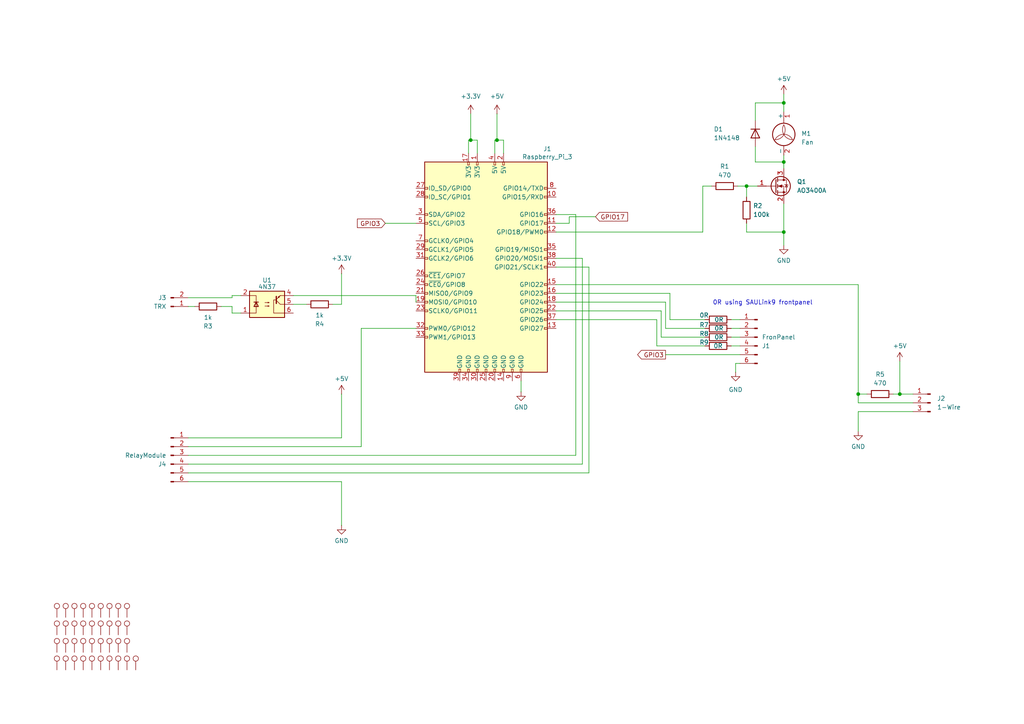
<source format=kicad_sch>
(kicad_sch (version 20250114) (generator "eeschema") (generator_version "9.0")
  (paper "A4")
  (lib_symbols
    (symbol "Connector:Conn_01x02_Pin" (pin_names (offset 1.016) (hide yes))
      (property "Reference" "J" (at 0 2.54 0))
      (property "Value" "Conn_01x02_Pin" (at 0 -5.08 0))
      (symbol "Conn_01x02_Pin_1_1"
        (rectangle (start 0.8636 0.127) (end 0 -0.127) (stroke (width 0.1524)) (fill (type outline)))
        (rectangle (start 0.8636 -2.413) (end 0 -2.667) (stroke (width 0.1524)) (fill (type outline)))
        (polyline (pts (xy 1.27 0) (xy 0.8636 0)) (stroke (width 0.1524)))
        (polyline (pts (xy 1.27 -2.54) (xy 0.8636 -2.54)) (stroke (width 0.1524)))
        (pin passive line (at 5.08 0 180) (length 3.81) (name "Pin_1") (number "1"))
        (pin passive line (at 5.08 -2.54 180) (length 3.81) (name "Pin_2") (number "2"))
      )
    )
    (symbol "Connector:Conn_01x03_Pin" (pin_names (offset 1.016) (hide yes))
      (property "Reference" "J" (at 0 5.08 0))
      (property "Value" "Conn_01x03_Pin" (at 0 -5.08 0))
      (symbol "Conn_01x03_Pin_1_1"
        (rectangle (start 0.8636 2.667) (end 0 2.413) (stroke (width 0.1524)) (fill (type outline)))
        (rectangle (start 0.8636 0.127) (end 0 -0.127) (stroke (width 0.1524)) (fill (type outline)))
        (rectangle (start 0.8636 -2.413) (end 0 -2.667) (stroke (width 0.1524)) (fill (type outline)))
        (polyline (pts (xy 1.27 2.54) (xy 0.8636 2.54)) (stroke (width 0.1524)))
        (polyline (pts (xy 1.27 0) (xy 0.8636 0)) (stroke (width 0.1524)))
        (polyline (pts (xy 1.27 -2.54) (xy 0.8636 -2.54)) (stroke (width 0.1524)))
        (pin passive line (at 5.08 2.54 180) (length 3.81) (name "Pin_1") (number "1"))
        (pin passive line (at 5.08 0 180) (length 3.81) (name "Pin_2") (number "2"))
        (pin passive line (at 5.08 -2.54 180) (length 3.81) (name "Pin_3") (number "3"))
      )
    )
    (symbol "Connector:Conn_01x06_Pin" (pin_names (offset 1.016) (hide yes))
      (property "Reference" "J" (at 0 7.62 0))
      (property "Value" "Conn_01x06_Pin" (at 0 -10.16 0))
      (symbol "Conn_01x06_Pin_1_1"
        (rectangle (start 0.8636 5.207) (end 0 4.953) (stroke (width 0.1524)) (fill (type outline)))
        (rectangle (start 0.8636 2.667) (end 0 2.413) (stroke (width 0.1524)) (fill (type outline)))
        (rectangle (start 0.8636 0.127) (end 0 -0.127) (stroke (width 0.1524)) (fill (type outline)))
        (rectangle (start 0.8636 -2.413) (end 0 -2.667) (stroke (width 0.1524)) (fill (type outline)))
        (rectangle (start 0.8636 -4.953) (end 0 -5.207) (stroke (width 0.1524)) (fill (type outline)))
        (rectangle (start 0.8636 -7.493) (end 0 -7.747) (stroke (width 0.1524)) (fill (type outline)))
        (polyline (pts (xy 1.27 5.08) (xy 0.8636 5.08)) (stroke (width 0.1524)))
        (polyline (pts (xy 1.27 2.54) (xy 0.8636 2.54)) (stroke (width 0.1524)))
        (polyline (pts (xy 1.27 0) (xy 0.8636 0)) (stroke (width 0.1524)))
        (polyline (pts (xy 1.27 -2.54) (xy 0.8636 -2.54)) (stroke (width 0.1524)))
        (polyline (pts (xy 1.27 -5.08) (xy 0.8636 -5.08)) (stroke (width 0.1524)))
        (polyline (pts (xy 1.27 -7.62) (xy 0.8636 -7.62)) (stroke (width 0.1524)))
        (pin passive line (at 5.08 5.08 180) (length 3.81) (name "Pin_1") (number "1"))
        (pin passive line (at 5.08 2.54 180) (length 3.81) (name "Pin_2") (number "2"))
        (pin passive line (at 5.08 0 180) (length 3.81) (name "Pin_3") (number "3"))
        (pin passive line (at 5.08 -2.54 180) (length 3.81) (name "Pin_4") (number "4"))
        (pin passive line (at 5.08 -5.08 180) (length 3.81) (name "Pin_5") (number "5"))
        (pin passive line (at 5.08 -7.62 180) (length 3.81) (name "Pin_6") (number "6"))
      )
    )
    (symbol "Connector:TestPoint" (pin_numbers (hide yes)) (pin_names (offset 0.762) (hide yes))
      (property "Reference" "TP" (at 0 6.858 0))
      (property "Value" "TestPoint" (at 0 5.08 0))
      (symbol "TestPoint_0_1"
        (circle (center 0 3.302) (radius 0.762))
      )
      (symbol "TestPoint_1_1"
        (pin passive line (at 0 0 90) (length 2.54) (name "1") (number "1"))
      )
    )
    (symbol "Device:R" (pin_numbers (hide yes)) (pin_names (offset 0))
      (property "Reference" "R" (at 2.032 0 90))
      (property "Value" "R" (at 0 0 90))
      (symbol "R_0_1"
        (rectangle (start -1.016 -2.54) (end 1.016 2.54) (stroke (width 0.254)))
      )
      (symbol "R_1_1"
        (pin passive line (at 0 3.81 270) (length 1.27) (name "~") (number "1"))
        (pin passive line (at 0 -3.81 90) (length 1.27) (name "~") (number "2"))
      )
    )
    (symbol "Diode:1N4148W" (pin_numbers (hide yes)) (pin_names (hide yes))
      (property "Reference" "D" (at 0 2.54 0))
      (property "Value" "1N4148W" (at 0 -2.54 0))
      (symbol "1N4148W_0_1"
        (polyline (pts (xy -1.27 1.27) (xy -1.27 -1.27)) (stroke (width 0.254)))
        (polyline (pts (xy 1.27 1.27) (xy 1.27 -1.27) (xy -1.27 0) (xy 1.27 1.27)) (stroke (width 0.254)))
        (polyline (pts (xy 1.27 0) (xy -1.27 0)))
      )
      (symbol "1N4148W_1_1"
        (pin passive line (at -3.81 0 0) (length 2.54) (name "K") (number "1"))
        (pin passive line (at 3.81 0 180) (length 2.54) (name "A") (number "2"))
      )
    )
    (symbol "Isolator:4N37" (pin_names (offset 1.016))
      (property "Reference" "U" (at -5.08 5.08 0))
      (property "Value" "4N37" (at 0 5.08 0))
      (symbol "4N37_0_1"
        (rectangle (start -5.08 3.81) (end 5.08 -3.81) (stroke (width 0.254)) (fill (type background)))
        (polyline (pts (xy -5.08 -2.54) (xy -3.175 -2.54) (xy -3.175 2.54) (xy -5.08 2.54)))
        (polyline (pts (xy -3.81 -0.635) (xy -2.54 -0.635)) (stroke (width 0.254)))
        (polyline (pts (xy -3.175 -0.635) (xy -3.81 0.635) (xy -2.54 0.635) (xy -3.175 -0.635)) (stroke (width 0.254)))
        (polyline (pts (xy -0.635 0.508) (xy 0.635 0.508) (xy 0.254 0.381) (xy 0.254 0.635) (xy 0.635 0.508)))
        (polyline (pts (xy -0.635 -0.508) (xy 0.635 -0.508) (xy 0.254 -0.635) (xy 0.254 -0.381) (xy 0.635 -0.508)))
        (polyline (pts (xy 2.667 -0.254) (xy 2.667 -2.286) (xy 2.667 -2.286)) (stroke (width 0.3556)))
        (polyline (pts (xy 2.667 -1.143) (xy 3.81 0)))
        (polyline (pts (xy 2.667 -1.397) (xy 3.81 -2.54)))
        (polyline (pts (xy 3.683 -2.413) (xy 3.429 -1.905) (xy 3.175 -2.159) (xy 3.683 -2.413)))
        (polyline (pts (xy 3.81 0) (xy 5.08 0)))
        (polyline (pts (xy 3.81 -2.54) (xy 5.08 -2.54)))
        (polyline (pts (xy 5.08 2.54) (xy 1.905 2.54) (xy 1.905 -1.27) (xy 2.54 -1.27)))
      )
      (symbol "4N37_1_1"
        (pin passive line (at -7.62 2.54 0) (length 2.54) (name "~") (number "1"))
        (pin passive line (at -7.62 -2.54 0) (length 2.54) (name "~") (number "2"))
        (pin no_connect line (at -5.08 0 0) (length 2.54) (hide yes) (name "NC") (number "3"))
        (pin passive line (at 7.62 2.54 180) (length 2.54) (name "~") (number "6"))
        (pin passive line (at 7.62 0 180) (length 2.54) (name "~") (number "5"))
        (pin passive line (at 7.62 -2.54 180) (length 2.54) (name "~") (number "4"))
      )
    )
    (symbol "Motor:Fan" (pin_names (offset 0))
      (property "Reference" "M" (at 2.54 5.08 0))
      (property "Value" "Fan" (at 2.54 -2.54 0))
      (symbol "Fan_0_1"
        (arc (start 0 3.81) (mid -0.0015 0.9048) (end -2.54 -0.508))
        (polyline (pts (xy 0 4.572) (xy 0 5.08)))
        (polyline (pts (xy 0 4.2672) (xy 0 4.6228)))
        (circle (center 0 1.016) (radius 3.2512) (stroke (width 0.254)))
        (arc (start -2.54 -0.508) (mid 0 1.0618) (end 2.54 -0.508))
        (polyline (pts (xy 0 -2.2352) (xy 0 -2.6416)))
        (polyline (pts (xy 0 -5.08) (xy 0 -4.572)))
        (arc (start 2.54 -0.508) (mid 0.047 0.9315) (end 0 3.81))
      )
      (symbol "Fan_1_1"
        (pin passive line (at 0 7.62 270) (length 2.54) (name "+") (number "1"))
        (pin passive line (at 0 -5.08 90) (length 2.54) (name "-") (number "2"))
      )
    )
    (symbol "Transistor_FET:AO3400A" (pin_names (hide yes))
      (property "Reference" "Q" (at 5.08 1.905 0))
      (property "Value" "AO3400A" (at 5.08 0 0))
      (symbol "AO3400A_0_1"
        (polyline (pts (xy 0.254 1.905) (xy 0.254 -1.905)) (stroke (width 0.254)))
        (polyline (pts (xy 0.254 0) (xy -2.54 0)))
        (polyline (pts (xy 0.762 2.286) (xy 0.762 1.27)) (stroke (width 0.254)))
        (polyline (pts (xy 0.762 0.508) (xy 0.762 -0.508)) (stroke (width 0.254)))
        (polyline (pts (xy 0.762 -1.27) (xy 0.762 -2.286)) (stroke (width 0.254)))
        (polyline (pts (xy 0.762 -1.778) (xy 3.302 -1.778) (xy 3.302 1.778) (xy 0.762 1.778)))
        (polyline (pts (xy 1.016 0) (xy 2.032 0.381) (xy 2.032 -0.381) (xy 1.016 0)) (fill (type outline)))
        (circle (center 1.651 0) (radius 2.794) (stroke (width 0.254)))
        (polyline (pts (xy 2.54 2.54) (xy 2.54 1.778)))
        (circle (center 2.54 1.778) (radius 0.254) (fill (type outline)))
        (circle (center 2.54 -1.778) (radius 0.254) (fill (type outline)))
        (polyline (pts (xy 2.54 -2.54) (xy 2.54 0) (xy 0.762 0)))
        (polyline (pts (xy 2.794 0.508) (xy 2.921 0.381) (xy 3.683 0.381) (xy 3.81 0.254)))
        (polyline (pts (xy 3.302 0.381) (xy 2.921 -0.254) (xy 3.683 -0.254) (xy 3.302 0.381)))
      )
      (symbol "AO3400A_1_1"
        (pin input line (at -5.08 0 0) (length 2.54) (name "G") (number "1"))
        (pin passive line (at 2.54 5.08 270) (length 2.54) (name "D") (number "3"))
        (pin passive line (at 2.54 -5.08 90) (length 2.54) (name "S") (number "2"))
      )
    )
    (symbol "pihat-rescue:Raspberry_Pi_2_3-Connector" (pin_names (offset 1.016))
      (property "Reference" "J" (at -17.78 31.75 0))
      (property "Value" "Connector_Raspberry_Pi_2_3" (at 10.16 -31.75 0))
      (symbol "Raspberry_Pi_2_3-Connector_0_1"
        (rectangle (start -17.78 30.48) (end 17.78 -30.48) (stroke (width 0.254)) (fill (type background)))
      )
      (symbol "Raspberry_Pi_2_3-Connector_1_1"
        (rectangle (start -16.891 23.114) (end -17.78 22.606))
        (rectangle (start -16.891 20.574) (end -17.78 20.066))
        (rectangle (start -16.891 15.494) (end -17.78 14.986))
        (rectangle (start -16.891 12.954) (end -17.78 12.446))
        (rectangle (start -16.891 10.414) (end -17.78 9.906))
        (rectangle (start -16.891 5.334) (end -17.78 4.826))
        (rectangle (start -16.891 2.794) (end -17.78 2.286))
        (rectangle (start -16.891 0.254) (end -17.78 -0.254))
        (rectangle (start -16.891 -4.826) (end -17.78 -5.334))
        (rectangle (start -16.891 -7.366) (end -17.78 -7.874))
        (rectangle (start -16.891 -9.906) (end -17.78 -10.414))
        (rectangle (start -16.891 -12.446) (end -17.78 -12.954))
        (rectangle (start -16.891 -14.986) (end -17.78 -15.494))
        (rectangle (start -16.891 -17.526) (end -17.78 -18.034))
        (rectangle (start -10.414 -29.591) (end -9.906 -30.48))
        (rectangle (start -7.874 -29.591) (end -7.366 -30.48))
        (rectangle (start -5.334 30.48) (end -4.826 29.591))
        (rectangle (start -5.334 -29.591) (end -4.826 -30.48))
        (rectangle (start -2.794 30.48) (end -2.286 29.591))
        (rectangle (start -2.794 -29.591) (end -2.286 -30.48))
        (rectangle (start -0.254 -29.591) (end 0.254 -30.48))
        (rectangle (start 2.286 30.48) (end 2.794 29.591))
        (rectangle (start 2.286 -29.591) (end 2.794 -30.48))
        (rectangle (start 4.826 30.48) (end 5.334 29.591))
        (rectangle (start 4.826 -29.591) (end 5.334 -30.48))
        (rectangle (start 7.366 -29.591) (end 7.874 -30.48))
        (rectangle (start 17.78 23.114) (end 16.891 22.606))
        (rectangle (start 17.78 20.574) (end 16.891 20.066))
        (rectangle (start 17.78 15.494) (end 16.891 14.986))
        (rectangle (start 17.78 12.954) (end 16.891 12.446))
        (rectangle (start 17.78 7.874) (end 16.891 7.366))
        (rectangle (start 17.78 5.334) (end 16.891 4.826))
        (rectangle (start 17.78 2.794) (end 16.891 2.286))
        (rectangle (start 17.78 -2.286) (end 16.891 -2.794))
        (rectangle (start 17.78 -4.826) (end 16.891 -5.334))
        (rectangle (start 17.78 -7.366) (end 16.891 -7.874))
        (rectangle (start 17.78 -9.906) (end 16.891 -10.414))
        (rectangle (start 17.78 -12.446) (end 16.891 -12.954))
        (rectangle (start 17.78 -17.526) (end 16.891 -18.034))
        (rectangle (start 17.78 -20.066) (end 16.891 -20.574))
        (pin bidirectional line (at -20.32 22.86 0) (length 2.54) (name "GPIO14/TXD") (number "8"))
        (pin bidirectional line (at -20.32 20.32 0) (length 2.54) (name "GPIO15/RXD") (number "10"))
        (pin bidirectional line (at -20.32 15.24 0) (length 2.54) (name "GPIO16") (number "36"))
        (pin bidirectional line (at -20.32 12.7 0) (length 2.54) (name "GPIO17") (number "11"))
        (pin bidirectional line (at -20.32 10.16 0) (length 2.54) (name "GPIO18/PWM0") (number "12"))
        (pin bidirectional line (at -20.32 5.08 0) (length 2.54) (name "GPIO19/MISO1") (number "35"))
        (pin bidirectional line (at -20.32 2.54 0) (length 2.54) (name "GPIO20/MOSI1") (number "38"))
        (pin bidirectional line (at -20.32 0 0) (length 2.54) (name "GPIO21/SCLK1") (number "40"))
        (pin bidirectional line (at -20.32 -5.08 0) (length 2.54) (name "GPIO22") (number "15"))
        (pin bidirectional line (at -20.32 -7.62 0) (length 2.54) (name "GPIO23") (number "16"))
        (pin bidirectional line (at -20.32 -10.16 0) (length 2.54) (name "GPIO24") (number "18"))
        (pin bidirectional line (at -20.32 -12.7 0) (length 2.54) (name "GPIO25") (number "22"))
        (pin bidirectional line (at -20.32 -15.24 0) (length 2.54) (name "GPIO26") (number "37"))
        (pin bidirectional line (at -20.32 -17.78 0) (length 2.54) (name "GPIO27") (number "13"))
        (pin power_in line (at -10.16 -33.02 90) (length 2.54) (name "GND") (number "6"))
        (pin power_in line (at -7.62 -33.02 90) (length 2.54) (name "GND") (number "9"))
        (pin power_in line (at -5.08 33.02 270) (length 2.54) (name "5V") (number "2"))
        (pin power_in line (at -5.08 -33.02 90) (length 2.54) (name "GND") (number "14"))
        (pin power_in line (at -2.54 33.02 270) (length 2.54) (name "5V") (number "4"))
        (pin power_in line (at -2.54 -33.02 90) (length 2.54) (name "GND") (number "20"))
        (pin power_in line (at 0 -33.02 90) (length 2.54) (name "GND") (number "25"))
        (pin power_in line (at 2.54 33.02 270) (length 2.54) (name "3V3") (number "1"))
        (pin power_in line (at 2.54 -33.02 90) (length 2.54) (name "GND") (number "30"))
        (pin power_in line (at 5.08 33.02 270) (length 2.54) (name "3V3") (number "17"))
        (pin power_in line (at 5.08 -33.02 90) (length 2.54) (name "GND") (number "34"))
        (pin power_in line (at 7.62 -33.02 90) (length 2.54) (name "GND") (number "39"))
        (pin bidirectional line (at 20.32 22.86 180) (length 2.54) (name "ID_SD/GPIO0") (number "27"))
        (pin bidirectional line (at 20.32 20.32 180) (length 2.54) (name "ID_SC/GPIO1") (number "28"))
        (pin bidirectional line (at 20.32 15.24 180) (length 2.54) (name "SDA/GPIO2") (number "3"))
        (pin bidirectional line (at 20.32 12.7 180) (length 2.54) (name "SCL/GPIO3") (number "5"))
        (pin bidirectional line (at 20.32 7.62 180) (length 2.54) (name "GCLK0/GPIO4") (number "7"))
        (pin bidirectional line (at 20.32 5.08 180) (length 2.54) (name "GCLK1/GPIO5") (number "29"))
        (pin bidirectional line (at 20.32 2.54 180) (length 2.54) (name "GCLK2/GPIO6") (number "31"))
        (pin bidirectional line (at 20.32 -2.54 180) (length 2.54) (name "~{CE1}/GPIO7") (number "26"))
        (pin bidirectional line (at 20.32 -5.08 180) (length 2.54) (name "~{CE0}/GPIO8") (number "24"))
        (pin bidirectional line (at 20.32 -7.62 180) (length 2.54) (name "MISO0/GPIO9") (number "21"))
        (pin bidirectional line (at 20.32 -10.16 180) (length 2.54) (name "MOSI0/GPIO10") (number "19"))
        (pin bidirectional line (at 20.32 -12.7 180) (length 2.54) (name "SCLK0/GPIO11") (number "23"))
        (pin bidirectional line (at 20.32 -17.78 180) (length 2.54) (name "PWM0/GPIO12") (number "32"))
        (pin bidirectional line (at 20.32 -20.32 180) (length 2.54) (name "PWM1/GPIO13") (number "33"))
      )
    )
    (symbol "power:+3.3V" (power) (pin_numbers (hide yes)) (pin_names (offset 0) (hide yes))
      (property "Value" "+3.3V" (at 0 3.556 0))
      (symbol "+3.3V_0_1"
        (polyline (pts (xy -0.762 1.27) (xy 0 2.54)))
        (polyline (pts (xy 0 2.54) (xy 0.762 1.27)))
        (polyline (pts (xy 0 0) (xy 0 2.54)))
      )
      (symbol "+3.3V_1_1"
        (pin power_in line (at 0 0 90) (length 0) (name "~") (number "1"))
      )
    )
    (symbol "power:+5V" (power) (pin_numbers (hide yes)) (pin_names (offset 0) (hide yes))
      (property "Value" "+5V" (at 0 3.556 0))
      (symbol "+5V_0_1"
        (polyline (pts (xy -0.762 1.27) (xy 0 2.54)))
        (polyline (pts (xy 0 2.54) (xy 0.762 1.27)))
        (polyline (pts (xy 0 0) (xy 0 2.54)))
      )
      (symbol "+5V_1_1"
        (pin power_in line (at 0 0 90) (length 0) (name "~") (number "1"))
      )
    )
    (symbol "power:GND" (power) (pin_numbers (hide yes)) (pin_names (offset 0) (hide yes))
      (property "Value" "GND" (at 0 -3.81 0))
      (symbol "GND_0_1"
        (polyline (pts (xy 0 0) (xy 0 -1.27) (xy 1.27 -1.27) (xy 0 -2.54) (xy -1.27 -1.27) (xy 0 -1.27)))
      )
      (symbol "GND_1_1"
        (pin power_in line (at 0 0 270) (length 0) (name "~") (number "1"))
      )
    )
  )
  (text "0R using SAULink9 frontpanel" (at 221.234 87.884 0) (effects (font (size 1.27 1.27))))
  (junction (at 248.92 114.3))
  (junction (at 260.985 114.3))
  (junction (at 227.33 29.845))
  (junction (at 227.33 67.31))
  (junction (at 227.33 46.99))
  (junction (at 144.145 40.64))
  (junction (at 136.525 40.64))
  (junction (at 216.535 53.975))
  (wire (pts (xy 111.76 64.77) (xy 120.65 64.77)))
  (wire (pts (xy 168.91 74.93) (xy 161.29 74.93)))
  (wire (pts (xy 213.36 105.41) (xy 213.36 107.95)))
  (wire (pts (xy 135.89 40.64) (xy 136.525 40.64)))
  (wire (pts (xy 227.33 59.055) (xy 227.33 67.31)))
  (wire (pts (xy 213.995 53.975) (xy 216.535 53.975)))
  (wire (pts (xy 212.09 100.33) (xy 214.63 100.33)))
  (wire (pts (xy 216.535 57.15) (xy 216.535 53.975)))
  (wire (pts (xy 161.29 92.71) (xy 190.5 92.71)))
  (wire (pts (xy 54.61 137.16) (xy 170.815 137.16)))
  (wire (pts (xy 54.61 134.62) (xy 168.91 134.62)))
  (wire (pts (xy 227.33 27.305) (xy 227.33 29.845)))
  (wire (pts (xy 67.31 85.725) (xy 67.31 86.36)))
  (wire (pts (xy 161.29 62.23) (xy 167.005 62.23)))
  (wire (pts (xy 99.06 88.265) (xy 99.06 79.375)))
  (wire (pts (xy 161.29 82.55) (xy 248.92 82.55)))
  (wire (pts (xy 191.77 90.17) (xy 191.77 97.79)))
  (wire (pts (xy 216.535 67.31) (xy 227.33 67.31)))
  (wire (pts (xy 144.145 40.64) (xy 146.05 40.64)))
  (wire (pts (xy 248.92 114.3) (xy 251.46 114.3)))
  (wire (pts (xy 168.91 134.62) (xy 168.91 74.93)))
  (wire (pts (xy 161.29 90.17) (xy 191.77 90.17)))
  (wire (pts (xy 136.525 33.02) (xy 136.525 40.64)))
  (wire (pts (xy 248.92 116.84) (xy 264.795 116.84)))
  (wire (pts (xy 69.85 85.725) (xy 67.31 85.725)))
  (wire (pts (xy 219.075 29.845) (xy 219.075 34.925)))
  (wire (pts (xy 248.92 114.3) (xy 248.92 116.84)))
  (wire (pts (xy 212.09 97.79) (xy 214.63 97.79)))
  (wire (pts (xy 120.65 87.63) (xy 120.65 85.725)))
  (wire (pts (xy 227.33 45.085) (xy 227.33 46.99)))
  (wire (pts (xy 212.09 92.71) (xy 214.63 92.71)))
  (wire (pts (xy 99.06 114.3) (xy 99.06 127)))
  (wire (pts (xy 144.145 33.02) (xy 144.145 40.64)))
  (wire (pts (xy 161.29 87.63) (xy 193.04 87.63)))
  (wire (pts (xy 161.29 85.09) (xy 194.31 85.09)))
  (wire (pts (xy 54.61 129.54) (xy 104.775 129.54)))
  (wire (pts (xy 216.535 53.975) (xy 219.71 53.975)))
  (wire (pts (xy 248.92 119.38) (xy 248.92 125.095)))
  (wire (pts (xy 143.51 40.64) (xy 143.51 44.45)))
  (wire (pts (xy 203.835 53.975) (xy 206.375 53.975)))
  (wire (pts (xy 227.33 46.99) (xy 227.33 48.895)))
  (wire (pts (xy 193.04 95.25) (xy 204.47 95.25)))
  (wire (pts (xy 104.775 95.25) (xy 104.775 129.54)))
  (wire (pts (xy 96.52 88.265) (xy 99.06 88.265)))
  (wire (pts (xy 194.31 92.71) (xy 204.47 92.71)))
  (wire (pts (xy 120.65 95.25) (xy 104.775 95.25)))
  (wire (pts (xy 54.61 139.7) (xy 99.06 139.7)))
  (wire (pts (xy 227.33 29.845) (xy 227.33 32.385)))
  (wire (pts (xy 136.525 40.64) (xy 138.43 40.64)))
  (wire (pts (xy 259.08 114.3) (xy 260.985 114.3)))
  (wire (pts (xy 138.43 40.64) (xy 138.43 44.45)))
  (wire (pts (xy 260.985 114.3) (xy 260.985 104.775)))
  (wire (pts (xy 54.61 132.08) (xy 167.005 132.08)))
  (wire (pts (xy 67.31 90.805) (xy 69.85 90.805)))
  (wire (pts (xy 227.33 29.845) (xy 219.075 29.845)))
  (wire (pts (xy 212.09 95.25) (xy 214.63 95.25)))
  (wire (pts (xy 190.5 92.71) (xy 190.5 100.33)))
  (wire (pts (xy 191.77 97.79) (xy 204.47 97.79)))
  (wire (pts (xy 193.04 102.87) (xy 214.63 102.87)))
  (wire (pts (xy 203.835 67.31) (xy 161.29 67.31)))
  (wire (pts (xy 264.795 119.38) (xy 248.92 119.38)))
  (wire (pts (xy 135.89 40.64) (xy 135.89 44.45)))
  (wire (pts (xy 151.13 110.49) (xy 151.13 113.665)))
  (wire (pts (xy 120.65 85.725) (xy 85.09 85.725)))
  (wire (pts (xy 161.29 64.77) (xy 165.1 64.77)))
  (wire (pts (xy 161.29 77.47) (xy 170.815 77.47)))
  (wire (pts (xy 214.63 105.41) (xy 213.36 105.41)))
  (wire (pts (xy 143.51 40.64) (xy 144.145 40.64)))
  (wire (pts (xy 264.795 114.3) (xy 260.985 114.3)))
  (wire (pts (xy 54.61 127) (xy 99.06 127)))
  (wire (pts (xy 248.92 82.55) (xy 248.92 114.3)))
  (wire (pts (xy 203.835 53.975) (xy 203.835 67.31)))
  (wire (pts (xy 227.33 67.31) (xy 227.33 71.12)))
  (wire (pts (xy 170.815 77.47) (xy 170.815 137.16)))
  (wire (pts (xy 190.5 100.33) (xy 204.47 100.33)))
  (wire (pts (xy 193.04 87.63) (xy 193.04 95.25)))
  (wire (pts (xy 194.31 85.09) (xy 194.31 92.71)))
  (wire (pts (xy 216.535 64.77) (xy 216.535 67.31)))
  (wire (pts (xy 64.135 88.9) (xy 67.31 88.9)))
  (wire (pts (xy 167.005 62.23) (xy 167.005 132.08)))
  (wire (pts (xy 227.33 46.99) (xy 219.075 46.99)))
  (wire (pts (xy 99.06 139.7) (xy 99.06 152.4)))
  (wire (pts (xy 219.075 46.99) (xy 219.075 42.545)))
  (wire (pts (xy 146.05 40.64) (xy 146.05 44.45)))
  (wire (pts (xy 54.61 86.36) (xy 67.31 86.36)))
  (wire (pts (xy 67.31 88.9) (xy 67.31 90.805)))
  (wire (pts (xy 85.09 88.265) (xy 88.9 88.265)))
  (wire (pts (xy 165.1 62.865) (xy 172.72 62.865)))
  (wire (pts (xy 165.1 64.77) (xy 165.1 62.865)))
  (wire (pts (xy 54.61 88.9) (xy 56.515 88.9)))
  (global_label "GPIO3" (shape input) (at 111.76 64.77 180) (property "Intersheetrefs" "${INTERSHEET_REFS}" (effects (hide yes))))
  (global_label "GPIO17" (shape input) (at 172.72 62.865 0) (property "Intersheetrefs" "${INTERSHEET_REFS}" (effects (hide yes))))
  (global_label "GPIO3" (shape output) (at 193.04 102.87 180) (property "Intersheetrefs" "${INTERSHEET_REFS}" (effects (hide yes))))
  (symbol (lib_id "pihat-rescue:Raspberry_Pi_2_3-Connector") (at 140.97 77.47 0) (mirror y) (unit 1)
    (property "Reference" "J1" (at 158.75 43.18 0))
    (property "Value" "Raspberry_Pi_3" (at 158.75 45.4914 0))
    (property "Footprint" "pihat:ESQ-120-14-T-D" (effects (hide yes)))
    (property "Datasheet" "https://www.raspberrypi.org/documentation/hardware/raspberrypi/schematics/rpi_SCH_3bplus_1p0_reduced.pdf" (effects (hide yes)))
  )
  (symbol (lib_id "Connector:TestPoint") (at 36.83 179.07 0) (unit 1)
    (property "Reference" "TP33" (effects (hide yes)))
    (property "Value" "TestPoint" (effects (hide yes)))
    (property "Footprint" "TestPoint:TestPoint_THTPad_D2.0mm_Drill1.0mm" (effects (hide yes)))
    (property "Description" "test point" (effects (hide yes)))
  )
  (symbol (lib_id "Connector:TestPoint") (at 39.37 194.31 0) (unit 1)
    (property "Reference" "TP18" (effects (hide yes)))
    (property "Value" "TestPoint" (effects (hide yes)))
    (property "Footprint" "TestPoint:TestPoint_THTPad_D2.0mm_Drill1.0mm" (effects (hide yes)))
    (property "Description" "test point" (effects (hide yes)))
  )
  (symbol (lib_id "Device:R") (at 208.28 97.79 270) (mirror x) (unit 1)
    (property "Reference" "R8" (at 204.216 96.774 90))
    (property "Value" "0R" (at 208.534 97.79 90))
    (property "Footprint" "Resistor_SMD:R_0805_2012Metric_Pad1.20x1.40mm_HandSolder" (effects (hide yes)))
    (property "Description" "Resistor" (effects (hide yes)))
  )
  (symbol (lib_id "Connector:TestPoint") (at 31.75 179.07 0) (unit 1)
    (property "Reference" "TP31" (effects (hide yes)))
    (property "Value" "TestPoint" (effects (hide yes)))
    (property "Footprint" "TestPoint:TestPoint_THTPad_D2.0mm_Drill1.0mm" (effects (hide yes)))
    (property "Description" "test point" (effects (hide yes)))
  )
  (symbol (lib_id "Connector:TestPoint") (at 34.29 194.31 0) (unit 1)
    (property "Reference" "TP16" (effects (hide yes)))
    (property "Value" "TestPoint" (effects (hide yes)))
    (property "Footprint" "TestPoint:TestPoint_THTPad_D2.0mm_Drill1.0mm" (effects (hide yes)))
    (property "Description" "test point" (effects (hide yes)))
  )
  (symbol (lib_id "Connector:TestPoint") (at 21.59 189.23 0) (unit 1)
    (property "Reference" "TP13" (effects (hide yes)))
    (property "Value" "TestPoint" (effects (hide yes)))
    (property "Footprint" "TestPoint:TestPoint_THTPad_D2.0mm_Drill1.0mm" (effects (hide yes)))
    (property "Description" "test point" (effects (hide yes)))
  )
  (symbol (lib_id "Connector:Conn_01x02_Pin") (at 49.53 88.9 0) (mirror x) (unit 1)
    (property "Reference" "J3" (at 48.26 86.3599 0) (effects (justify right)))
    (property "Value" "TRX" (at 48.26 88.8999 0) (effects (justify right)))
    (property "Footprint" "Connector_PinHeader_2.54mm:PinHeader_1x02_P2.54mm_Horizontal" (effects (hide yes)))
    (property "Description" "Generic connector, single row, 01x02, script generated" (effects (hide yes)))
  )
  (symbol (lib_id "power:GND") (at 151.13 113.665 0) (unit 1)
    (property "Reference" "#PWR06" (effects (hide yes)))
    (property "Value" "GND" (at 151.13 118.11 0))
    (property "Description" "Power symbol creates a global label with name \"GND\" , ground" (effects (hide yes)))
  )
  (symbol (lib_id "Connector:TestPoint") (at 16.51 189.23 0) (unit 1)
    (property "Reference" "TP36" (effects (hide yes)))
    (property "Value" "TestPoint" (effects (hide yes)))
    (property "Footprint" "TestPoint:TestPoint_THTPad_D2.0mm_Drill1.0mm" (effects (hide yes)))
    (property "Description" "test point" (effects (hide yes)))
  )
  (symbol (lib_id "Connector:TestPoint") (at 24.13 194.31 0) (unit 1)
    (property "Reference" "TP24" (effects (hide yes)))
    (property "Value" "TestPoint" (effects (hide yes)))
    (property "Footprint" "TestPoint:TestPoint_THTPad_D2.0mm_Drill1.0mm" (effects (hide yes)))
    (property "Description" "test point" (effects (hide yes)))
  )
  (symbol (lib_id "power:+5V") (at 260.985 104.775 0) (unit 1)
    (property "Reference" "#PWR08" (effects (hide yes)))
    (property "Value" "+5V" (at 260.985 100.33 0))
    (property "Description" "Power symbol creates a global label with name \"+5V\"" (effects (hide yes)))
  )
  (symbol (lib_id "Connector:TestPoint") (at 36.83 189.23 0) (unit 1)
    (property "Reference" "TP20" (effects (hide yes)))
    (property "Value" "TestPoint" (effects (hide yes)))
    (property "Footprint" "TestPoint:TestPoint_THTPad_D2.0mm_Drill1.0mm" (effects (hide yes)))
    (property "Description" "test point" (effects (hide yes)))
  )
  (symbol (lib_id "Device:R") (at 92.71 88.265 90) (mirror x) (unit 1)
    (property "Reference" "R4" (at 92.71 93.98 90))
    (property "Value" "1k" (at 92.71 91.44 90))
    (property "Footprint" "Resistor_SMD:R_0805_2012Metric_Pad1.20x1.40mm_HandSolder" (effects (hide yes)))
    (property "Description" "Resistor" (effects (hide yes)))
  )
  (symbol (lib_id "Device:R") (at 216.535 60.96 0) (unit 1)
    (property "Reference" "R2" (at 218.44 59.6899 0) (effects (justify left)))
    (property "Value" "100k" (at 218.44 62.2299 0) (effects (justify left)))
    (property "Footprint" "Resistor_SMD:R_0805_2012Metric_Pad1.20x1.40mm_HandSolder" (effects (hide yes)))
    (property "Description" "Resistor" (effects (hide yes)))
  )
  (symbol (lib_id "Connector:TestPoint") (at 21.59 194.31 0) (unit 1)
    (property "Reference" "TP23" (effects (hide yes)))
    (property "Value" "TestPoint" (effects (hide yes)))
    (property "Footprint" "TestPoint:TestPoint_THTPad_D2.0mm_Drill1.0mm" (effects (hide yes)))
    (property "Description" "test point" (effects (hide yes)))
  )
  (symbol (lib_id "power:GND") (at 248.92 125.095 0) (unit 1)
    (property "Reference" "#PWR07" (effects (hide yes)))
    (property "Value" "GND" (at 248.92 129.54 0))
    (property "Description" "Power symbol creates a global label with name \"GND\" , ground" (effects (hide yes)))
  )
  (symbol (lib_id "Connector:Conn_01x06_Pin") (at 219.71 97.79 0) (mirror y) (unit 1)
    (property "Reference" "J1" (at 220.98 100.3301 0) (effects (justify right)))
    (property "Value" "FronPanel" (at 220.98 97.7901 0) (effects (justify right)))
    (property "Footprint" "Connector_PinHeader_2.54mm:PinHeader_1x06_P2.54mm_Horizontal" (effects (hide yes)))
    (property "Description" "Generic connector, single row, 01x06, script generated" (effects (hide yes)))
  )
  (symbol (lib_id "power:+3.3V") (at 136.525 33.02 0) (unit 1)
    (property "Reference" "#PWR04" (effects (hide yes)))
    (property "Value" "+3.3V" (at 136.525 27.94 0))
    (property "Description" "Power symbol creates a global label with name \"+3.3V\"" (effects (hide yes)))
  )
  (symbol (lib_id "Motor:Fan") (at 227.33 40.005 0) (unit 1)
    (property "Reference" "M1" (at 232.41 38.7349 0) (effects (justify left)))
    (property "Value" "Fan" (at 232.41 41.2749 0) (effects (justify left)))
    (property "Footprint" "Connector_PinHeader_2.54mm:PinHeader_1x02_P2.54mm_Horizontal" (effects (hide yes)))
    (property "Description" "Fan" (effects (hide yes)))
  )
  (symbol (lib_id "Device:R") (at 60.325 88.9 90) (mirror x) (unit 1)
    (property "Reference" "R3" (at 60.325 94.615 90))
    (property "Value" "1k" (at 60.325 92.075 90))
    (property "Footprint" "Resistor_SMD:R_0805_2012Metric_Pad1.20x1.40mm_HandSolder" (effects (hide yes)))
    (property "Description" "Resistor" (effects (hide yes)))
  )
  (symbol (lib_id "Connector:TestPoint") (at 16.51 184.15 0) (unit 1)
    (property "Reference" "TP6" (effects (hide yes)))
    (property "Value" "TestPoint" (effects (hide yes)))
    (property "Footprint" "TestPoint:TestPoint_THTPad_D2.0mm_Drill1.0mm" (effects (hide yes)))
    (property "Description" "test point" (effects (hide yes)))
  )
  (symbol (lib_id "Connector:TestPoint") (at 26.67 189.23 0) (unit 1)
    (property "Reference" "TP37" (effects (hide yes)))
    (property "Value" "TestPoint" (effects (hide yes)))
    (property "Footprint" "TestPoint:TestPoint_THTPad_D2.0mm_Drill1.0mm" (effects (hide yes)))
    (property "Description" "test point" (effects (hide yes)))
  )
  (symbol (lib_id "Connector:TestPoint") (at 29.21 179.07 0) (unit 1)
    (property "Reference" "TP26" (effects (hide yes)))
    (property "Value" "TestPoint" (effects (hide yes)))
    (property "Footprint" "TestPoint:TestPoint_THTPad_D2.0mm_Drill1.0mm" (effects (hide yes)))
    (property "Description" "test point" (effects (hide yes)))
  )
  (symbol (lib_id "power:+5V") (at 144.145 33.02 0) (unit 1)
    (property "Reference" "#PWR05" (effects (hide yes)))
    (property "Value" "+5V" (at 144.145 27.94 0))
    (property "Description" "Power symbol creates a global label with name \"+5V\"" (effects (hide yes)))
  )
  (symbol (lib_id "Connector:TestPoint") (at 19.05 189.23 0) (unit 1)
    (property "Reference" "TP12" (effects (hide yes)))
    (property "Value" "TestPoint" (effects (hide yes)))
    (property "Footprint" "TestPoint:TestPoint_THTPad_D2.0mm_Drill1.0mm" (effects (hide yes)))
    (property "Description" "test point" (effects (hide yes)))
  )
  (symbol (lib_id "Connector:TestPoint") (at 34.29 189.23 0) (unit 1)
    (property "Reference" "TP19" (effects (hide yes)))
    (property "Value" "TestPoint" (effects (hide yes)))
    (property "Footprint" "TestPoint:TestPoint_THTPad_D2.0mm_Drill1.0mm" (effects (hide yes)))
    (property "Description" "test point" (effects (hide yes)))
  )
  (symbol (lib_id "power:GND") (at 99.06 152.4 0) (unit 1)
    (property "Reference" "#PWR010" (effects (hide yes)))
    (property "Value" "GND" (at 99.06 156.845 0))
    (property "Description" "Power symbol creates a global label with name \"GND\" , ground" (effects (hide yes)))
  )
  (symbol (lib_id "Connector:Conn_01x03_Pin") (at 269.875 116.84 0) (mirror y) (unit 1)
    (property "Reference" "J2" (at 271.78 115.5699 0) (effects (justify right)))
    (property "Value" "1-Wire" (at 271.78 118.1099 0) (effects (justify right)))
    (property "Footprint" "Connector_PinHeader_2.54mm:PinHeader_1x03_P2.54mm_Horizontal" (effects (hide yes)))
    (property "Description" "Generic connector, single row, 01x03, script generated" (effects (hide yes)))
  )
  (symbol (lib_id "power:+3.3V") (at 99.06 79.375 0) (unit 1)
    (property "Reference" "#PWR03" (effects (hide yes)))
    (property "Value" "+3.3V" (at 99.06 74.93 0))
    (property "Description" "Power symbol creates a global label with name \"+3.3V\"" (effects (hide yes)))
  )
  (symbol (lib_id "Connector:TestPoint") (at 16.51 194.31 0) (unit 1)
    (property "Reference" "TP21" (effects (hide yes)))
    (property "Value" "TestPoint" (effects (hide yes)))
    (property "Footprint" "TestPoint:TestPoint_THTPad_D2.0mm_Drill1.0mm" (effects (hide yes)))
    (property "Description" "test point" (effects (hide yes)))
  )
  (symbol (lib_id "Connector:TestPoint") (at 36.83 194.31 0) (unit 1)
    (property "Reference" "TP17" (effects (hide yes)))
    (property "Value" "TestPoint" (effects (hide yes)))
    (property "Footprint" "TestPoint:TestPoint_THTPad_D2.0mm_Drill1.0mm" (effects (hide yes)))
    (property "Description" "test point" (effects (hide yes)))
  )
  (symbol (lib_id "Connector:TestPoint") (at 26.67 179.07 0) (unit 1)
    (property "Reference" "TP5" (effects (hide yes)))
    (property "Value" "TestPoint" (effects (hide yes)))
    (property "Footprint" "TestPoint:TestPoint_THTPad_D2.0mm_Drill1.0mm" (effects (hide yes)))
    (property "Description" "test point" (effects (hide yes)))
  )
  (symbol (lib_id "Connector:TestPoint") (at 31.75 194.31 0) (unit 1)
    (property "Reference" "TP35" (effects (hide yes)))
    (property "Value" "TestPoint" (effects (hide yes)))
    (property "Footprint" "TestPoint:TestPoint_THTPad_D2.0mm_Drill1.0mm" (effects (hide yes)))
    (property "Description" "test point" (effects (hide yes)))
  )
  (symbol (lib_id "Connector:TestPoint") (at 36.83 184.15 0) (unit 1)
    (property "Reference" "TP15" (effects (hide yes)))
    (property "Value" "TestPoint" (effects (hide yes)))
    (property "Footprint" "TestPoint:TestPoint_THTPad_D2.0mm_Drill1.0mm" (effects (hide yes)))
    (property "Description" "test point" (effects (hide yes)))
  )
  (symbol (lib_id "power:+5V") (at 99.06 114.3 0) (unit 1)
    (property "Reference" "#PWR011" (effects (hide yes)))
    (property "Value" "+5V" (at 99.06 109.855 0))
    (property "Description" "Power symbol creates a global label with name \"+5V\"" (effects (hide yes)))
  )
  (symbol (lib_id "Connector:TestPoint") (at 26.67 194.31 0) (unit 1)
    (property "Reference" "TP25" (effects (hide yes)))
    (property "Value" "TestPoint" (effects (hide yes)))
    (property "Footprint" "TestPoint:TestPoint_THTPad_D2.0mm_Drill1.0mm" (effects (hide yes)))
    (property "Description" "test point" (effects (hide yes)))
  )
  (symbol (lib_id "Diode:1N4148W") (at 219.075 38.735 90) (mirror x) (unit 1)
    (property "Reference" "D1" (at 207.01 37.465 90) (effects (justify right)))
    (property "Value" "1N4148" (at 207.01 40.005 90) (effects (justify right)))
    (property "Footprint" "Diode_SMD:D_SOD-123" (effects (hide yes)))
    (property "Datasheet" "https://www.vishay.com/docs/85748/1n4148w.pdf" (effects (hide yes)))
    (property "Description" "75V 0.15A Fast Switching Diode, SOD-123" (effects (hide yes)))
    (property "Sim.Device" "D" (effects (hide yes)))
    (property "Sim.Pins" "1=K 2=A" (effects (hide yes)))
  )
  (symbol (lib_id "power:GND") (at 227.33 71.12 0) (unit 1)
    (property "Reference" "#PWR02" (effects (hide yes)))
    (property "Value" "GND" (at 227.33 75.565 0))
    (property "Description" "Power symbol creates a global label with name \"GND\" , ground" (effects (hide yes)))
  )
  (symbol (lib_id "Connector:TestPoint") (at 24.13 184.15 0) (unit 1)
    (property "Reference" "TP9" (effects (hide yes)))
    (property "Value" "TestPoint" (effects (hide yes)))
    (property "Footprint" "TestPoint:TestPoint_THTPad_D2.0mm_Drill1.0mm" (effects (hide yes)))
    (property "Description" "test point" (effects (hide yes)))
  )
  (symbol (lib_id "Device:R") (at 208.28 92.71 270) (mirror x) (unit 1)
    (property "Reference" "0R" (at 204.216 91.44 90))
    (property "Value" "0R" (at 208.534 92.71 90))
    (property "Footprint" "Resistor_SMD:R_0805_2012Metric_Pad1.20x1.40mm_HandSolder" (effects (hide yes)))
    (property "Description" "Resistor" (effects (hide yes)))
  )
  (symbol (lib_id "power:GND") (at 213.36 107.95 0) (unit 1)
    (property "Reference" "#PWR012" (effects (hide yes)))
    (property "Value" "GND" (at 213.36 113.03 0))
    (property "Description" "Power symbol creates a global label with name \"GND\" , ground" (effects (hide yes)))
  )
  (symbol (lib_id "Connector:TestPoint") (at 24.13 189.23 0) (unit 1)
    (property "Reference" "TP14" (effects (hide yes)))
    (property "Value" "TestPoint" (effects (hide yes)))
    (property "Footprint" "TestPoint:TestPoint_THTPad_D2.0mm_Drill1.0mm" (effects (hide yes)))
    (property "Description" "test point" (effects (hide yes)))
  )
  (symbol (lib_id "Connector:TestPoint") (at 34.29 184.15 0) (unit 1)
    (property "Reference" "TP28" (effects (hide yes)))
    (property "Value" "TestPoint" (effects (hide yes)))
    (property "Footprint" "TestPoint:TestPoint_THTPad_D2.0mm_Drill1.0mm" (effects (hide yes)))
    (property "Description" "test point" (effects (hide yes)))
  )
  (symbol (lib_id "Isolator:4N37") (at 77.47 88.265 0) (mirror x) (unit 1)
    (property "Reference" "U1" (at 77.47 81.28 0))
    (property "Value" "4N37" (at 77.47 83.185 0))
    (property "Footprint" "Package_DIP:DIP-6_W7.62mm" (effects (hide yes)))
    (property "Datasheet" "https://www.vishay.com/docs/81181/4n35.pdf" (effects (hide yes)))
    (property "Description" "Optocoupler, Phototransistor Output, with Base Connection, Vce 70V, CTR 100%, Viso 5000V, DIP6" (effects (hide yes)))
  )
  (symbol (lib_id "Connector:TestPoint") (at 19.05 184.15 0) (unit 1)
    (property "Reference" "TP7" (effects (hide yes)))
    (property "Value" "TestPoint" (effects (hide yes)))
    (property "Footprint" "TestPoint:TestPoint_THTPad_D2.0mm_Drill1.0mm" (effects (hide yes)))
    (property "Description" "test point" (effects (hide yes)))
  )
  (symbol (lib_id "Connector:TestPoint") (at 16.51 179.07 0) (unit 1)
    (property "Reference" "TP1" (effects (hide yes)))
    (property "Value" "TestPoint" (effects (hide yes)))
    (property "Footprint" "TestPoint:TestPoint_THTPad_D2.0mm_Drill1.0mm" (effects (hide yes)))
    (property "Description" "test point" (effects (hide yes)))
  )
  (symbol (lib_id "Connector:TestPoint") (at 34.29 179.07 0) (unit 1)
    (property "Reference" "TP11" (effects (hide yes)))
    (property "Value" "TestPoint" (effects (hide yes)))
    (property "Footprint" "TestPoint:TestPoint_THTPad_D2.0mm_Drill1.0mm" (effects (hide yes)))
    (property "Description" "test point" (effects (hide yes)))
  )
  (symbol (lib_id "Device:R") (at 208.28 100.33 270) (mirror x) (unit 1)
    (property "Reference" "R9" (at 204.216 99.314 90))
    (property "Value" "0R" (at 208.28 100.33 90))
    (property "Footprint" "Resistor_SMD:R_0805_2012Metric_Pad1.20x1.40mm_HandSolder" (effects (hide yes)))
    (property "Description" "Resistor" (effects (hide yes)))
  )
  (symbol (lib_id "Connector:TestPoint") (at 31.75 189.23 0) (unit 1)
    (property "Reference" "TP34" (effects (hide yes)))
    (property "Value" "TestPoint" (effects (hide yes)))
    (property "Footprint" "TestPoint:TestPoint_THTPad_D2.0mm_Drill1.0mm" (effects (hide yes)))
    (property "Description" "test point" (effects (hide yes)))
  )
  (symbol (lib_id "Connector:TestPoint") (at 21.59 184.15 0) (unit 1)
    (property "Reference" "TP8" (effects (hide yes)))
    (property "Value" "TestPoint" (effects (hide yes)))
    (property "Footprint" "TestPoint:TestPoint_THTPad_D2.0mm_Drill1.0mm" (effects (hide yes)))
    (property "Description" "test point" (effects (hide yes)))
  )
  (symbol (lib_id "Connector:TestPoint") (at 19.05 194.31 0) (unit 1)
    (property "Reference" "TP22" (effects (hide yes)))
    (property "Value" "TestPoint" (effects (hide yes)))
    (property "Footprint" "TestPoint:TestPoint_THTPad_D2.0mm_Drill1.0mm" (effects (hide yes)))
    (property "Description" "test point" (effects (hide yes)))
  )
  (symbol (lib_id "Device:R") (at 210.185 53.975 90) (unit 1)
    (property "Reference" "R1" (at 210.185 48.26 90))
    (property "Value" "470" (at 210.185 50.8 90))
    (property "Footprint" "Resistor_SMD:R_0805_2012Metric_Pad1.20x1.40mm_HandSolder" (effects (hide yes)))
    (property "Description" "Resistor" (effects (hide yes)))
  )
  (symbol (lib_id "Connector:TestPoint") (at 29.21 194.31 0) (unit 1)
    (property "Reference" "TP30" (effects (hide yes)))
    (property "Value" "TestPoint" (effects (hide yes)))
    (property "Footprint" "TestPoint:TestPoint_THTPad_D2.0mm_Drill1.0mm" (effects (hide yes)))
    (property "Description" "test point" (effects (hide yes)))
  )
  (symbol (lib_id "Connector:TestPoint") (at 19.05 179.07 0) (unit 1)
    (property "Reference" "TP2" (effects (hide yes)))
    (property "Value" "TestPoint" (effects (hide yes)))
    (property "Footprint" "TestPoint:TestPoint_THTPad_D2.0mm_Drill1.0mm" (effects (hide yes)))
    (property "Description" "test point" (effects (hide yes)))
  )
  (symbol (lib_id "Connector:TestPoint") (at 24.13 179.07 0) (unit 1)
    (property "Reference" "TP4" (effects (hide yes)))
    (property "Value" "TestPoint" (effects (hide yes)))
    (property "Footprint" "TestPoint:TestPoint_THTPad_D2.0mm_Drill1.0mm" (effects (hide yes)))
    (property "Description" "test point" (effects (hide yes)))
  )
  (symbol (lib_id "Device:R") (at 255.27 114.3 270) (unit 1)
    (property "Reference" "R5" (at 255.27 108.585 90))
    (property "Value" "470" (at 255.27 111.125 90))
    (property "Footprint" "Resistor_SMD:R_0805_2012Metric_Pad1.20x1.40mm_HandSolder" (effects (hide yes)))
    (property "Description" "Resistor" (effects (hide yes)))
  )
  (symbol (lib_id "Connector:TestPoint") (at 26.67 184.15 0) (unit 1)
    (property "Reference" "TP10" (effects (hide yes)))
    (property "Value" "TestPoint" (effects (hide yes)))
    (property "Footprint" "TestPoint:TestPoint_THTPad_D2.0mm_Drill1.0mm" (effects (hide yes)))
    (property "Description" "test point" (effects (hide yes)))
  )
  (symbol (lib_id "Connector:Conn_01x06_Pin") (at 49.53 132.08 0) (unit 1)
    (property "Reference" "J4" (at 48.26 134.6201 0) (effects (justify right)))
    (property "Value" "RelayModule" (at 48.26 132.0801 0) (effects (justify right)))
    (property "Footprint" "Connector_PinHeader_2.54mm:PinHeader_1x06_P2.54mm_Horizontal" (effects (hide yes)))
    (property "Description" "Generic connector, single row, 01x06, script generated" (effects (hide yes)))
  )
  (symbol (lib_id "Transistor_FET:AO3400A") (at 224.79 53.975 0) (unit 1)
    (property "Reference" "Q1" (at 231.14 52.7049 0) (effects (justify left)))
    (property "Value" "AO3400A" (at 231.14 55.2449 0) (effects (justify left)))
    (property "Footprint" "Package_TO_SOT_SMD:SOT-23" (effects (hide yes)))
    (property "Datasheet" "http://www.aosmd.com/pdfs/datasheet/AO3400A.pdf" (effects (hide yes)))
    (property "Description" "30V Vds, 5.7A Id, N-Channel MOSFET, SOT-23" (effects (hide yes)))
  )
  (symbol (lib_id "Connector:TestPoint") (at 29.21 184.15 0) (unit 1)
    (property "Reference" "TP27" (effects (hide yes)))
    (property "Value" "TestPoint" (effects (hide yes)))
    (property "Footprint" "TestPoint:TestPoint_THTPad_D2.0mm_Drill1.0mm" (effects (hide yes)))
    (property "Description" "test point" (effects (hide yes)))
  )
  (symbol (lib_id "power:+5V") (at 227.33 27.305 0) (unit 1)
    (property "Reference" "#PWR01" (effects (hide yes)))
    (property "Value" "+5V" (at 227.33 22.86 0))
    (property "Description" "Power symbol creates a global label with name \"+5V\"" (effects (hide yes)))
  )
  (symbol (lib_id "Connector:TestPoint") (at 29.21 189.23 0) (unit 1)
    (property "Reference" "TP29" (effects (hide yes)))
    (property "Value" "TestPoint" (effects (hide yes)))
    (property "Footprint" "TestPoint:TestPoint_THTPad_D2.0mm_Drill1.0mm" (effects (hide yes)))
    (property "Description" "test point" (effects (hide yes)))
  )
  (symbol (lib_id "Connector:TestPoint") (at 21.59 179.07 0) (unit 1)
    (property "Reference" "TP3" (effects (hide yes)))
    (property "Value" "TestPoint" (effects (hide yes)))
    (property "Footprint" "TestPoint:TestPoint_THTPad_D2.0mm_Drill1.0mm" (effects (hide yes)))
    (property "Description" "test point" (effects (hide yes)))
  )
  (symbol (lib_id "Device:R") (at 208.28 95.25 270) (mirror x) (unit 1)
    (property "Reference" "R7" (at 204.216 94.234 90))
    (property "Value" "0R" (at 208.534 95.25 90))
    (property "Footprint" "Resistor_SMD:R_0805_2012Metric_Pad1.20x1.40mm_HandSolder" (effects (hide yes)))
    (property "Description" "Resistor" (effects (hide yes)))
  )
  (symbol (lib_id "Connector:TestPoint") (at 31.75 184.15 0) (unit 1)
    (property "Reference" "TP32" (effects (hide yes)))
    (property "Value" "TestPoint" (effects (hide yes)))
    (property "Footprint" "TestPoint:TestPoint_THTPad_D2.0mm_Drill1.0mm" (effects (hide yes)))
    (property "Description" "test point" (effects (hide yes)))
  )
)
</source>
